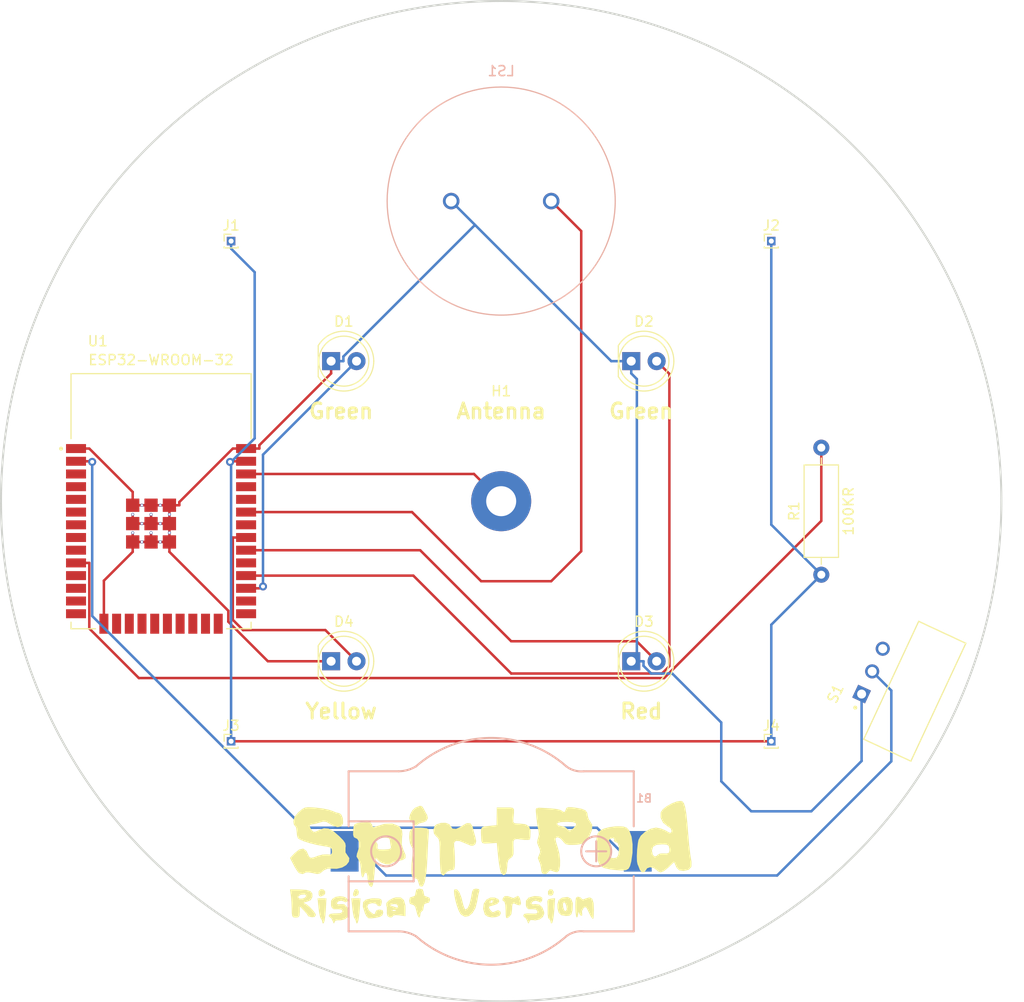
<source format=kicad_pcb>
(kicad_pcb (version 20211014) (generator pcbnew)
  (title_block (title "SpiritPod") (date "2025-06-20") (company "HaneiNeko"))
  (layers (0 "F.Cu" signal) (31 "B.Cu" signal) (34 "B.Paste" user) (35 "F.Paste" user) (36 "B.SilkS" user "B.Silkscreen") (37 "F.SilkS" user "F.Silkscreen") (38 "B.Mask" user) (39 "F.Mask" user) (44 "Edge.Cuts" user))
  (net 0 "")
  (net 1 "GND")
  (net 2 "GPIO16")
  (net 3 "GPIO17")
  (net 4 "GPIO18")
  (net 5 "GPIO19")
  (net 6 "GPIO22")
  (net 7 "GPIO21")
  (net 8 "Net-(B1-Pad-)")
  (net 9 "Net-(J1-Pad1)")
  (net 10 "+3.3V")
  (net 37 "Net-(R1-Pad2)")
  (footprint "LED_THT:LED_D5.0mm" (layer "F.Cu") (at 167 112)
    (fp_text reference "D3" (at 1.27 -3.96) (layer "F.SilkS"))
    (fp_text value "LED")
    (pad "1" thru_hole rect (at 0 0) (size 1.8 1.8) (drill 0.9) (layers *.Cu *.Mask) (net 1 "GND"))
    (pad "2" thru_hole circle (at 2.54 0) (size 1.8 1.8) (drill 0.9) (layers *.Cu *.Mask) (net 4 "GPIO18"))
  )
  (footprint "ESP23-WROOM-32:MODULE_ESP32-WROOM-32" (layer "F.Cu") (at 120 96)
    (fp_text reference "U1" (at -6.325 -16) (layer "F.SilkS"))
    (fp_text value "ESP32-WROOM-32" (at 0 -14.115) (layer "F.SilkS"))
    (pad "1" smd rect locked (at -8.5 -5.26) (size 2 0.9) (layers "F.Cu" "F.Paste" "F.Mask") (net 1 "GND"))
    (pad "2" smd rect locked (at -8.5 -3.99) (size 2 0.9) (layers "F.Cu" "F.Paste" "F.Mask") (net 10 "+3.3V"))
    (pad "3" smd rect locked (at -8.5 -2.72) (size 2 0.9) (layers "F.Cu" "F.Paste" "F.Mask"))
    (pad "4" smd rect locked (at -8.5 -1.45) (size 2 0.9) (layers "F.Cu" "F.Paste" "F.Mask"))
    (pad "5" smd rect locked (at -8.5 -0.18) (size 2 0.9) (layers "F.Cu" "F.Paste" "F.Mask"))
    (pad "6" smd rect locked (at -8.5 1.09) (size 2 0.9) (layers "F.Cu" "F.Paste" "F.Mask"))
    (pad "7" smd rect locked (at -8.5 2.36) (size 2 0.9) (layers "F.Cu" "F.Paste" "F.Mask"))
    (pad "8" smd rect locked (at -8.5 3.63) (size 2 0.9) (layers "F.Cu" "F.Paste" "F.Mask"))
    (pad "9" smd rect locked (at -8.5 4.9) (size 2 0.9) (layers "F.Cu" "F.Paste" "F.Mask"))
    (pad "10" smd rect locked (at -8.5 6.17) (size 2 0.9) (layers "F.Cu" "F.Paste" "F.Mask") (net 37 "Net-(R1-Pad2)"))
    (pad "11" smd rect locked (at -8.5 7.44) (size 2 0.9) (layers "F.Cu" "F.Paste" "F.Mask"))
    (pad "12" smd rect locked (at -8.5 8.71) (size 2 0.9) (layers "F.Cu" "F.Paste" "F.Mask"))
    (pad "13" smd rect locked (at -8.5 9.98) (size 2 0.9) (layers "F.Cu" "F.Paste" "F.Mask"))
    (pad "14" smd rect locked (at -8.5 11.25) (size 2 0.9) (layers "F.Cu" "F.Paste" "F.Mask"))
    (pad "15" smd rect locked (at -5.715 12.25) (size 0.9 2) (layers "F.Cu" "F.Paste" "F.Mask") (net 1 "GND"))
    (pad "16" smd rect locked (at -4.445 12.25) (size 0.9 2) (layers "F.Cu" "F.Paste" "F.Mask"))
    (pad "17" smd rect locked (at -3.175 12.25) (size 0.9 2) (layers "F.Cu" "F.Paste" "F.Mask"))
    (pad "18" smd rect locked (at -1.905 12.25) (size 0.9 2) (layers "F.Cu" "F.Paste" "F.Mask"))
    (pad "19" smd rect locked (at -0.635 12.25) (size 0.9 2) (layers "F.Cu" "F.Paste" "F.Mask"))
    (pad "20" smd rect locked (at 0.635 12.25) (size 0.9 2) (layers "F.Cu" "F.Paste" "F.Mask"))
    (pad "21" smd rect locked (at 1.905 12.25) (size 0.9 2) (layers "F.Cu" "F.Paste" "F.Mask"))
    (pad "22" smd rect locked (at 3.175 12.25) (size 0.9 2) (layers "F.Cu" "F.Paste" "F.Mask"))
    (pad "23" smd rect locked (at 4.445 12.25) (size 0.9 2) (layers "F.Cu" "F.Paste" "F.Mask"))
    (pad "24" smd rect locked (at 5.715 12.25) (size 0.9 2) (layers "F.Cu" "F.Paste" "F.Mask"))
    (pad "25" smd rect locked (at 8.5 11.25) (size 2 0.9) (layers "F.Cu" "F.Paste" "F.Mask"))
    (pad "26" smd rect locked (at 8.5 9.98) (size 2 0.9) (layers "F.Cu" "F.Paste" "F.Mask"))
    (pad "27" smd rect locked (at 8.5 8.71) (size 2 0.9) (layers "F.Cu" "F.Paste" "F.Mask") (net 2 "GPIO16"))
    (pad "28" smd rect locked (at 8.5 7.44) (size 2 0.9) (layers "F.Cu" "F.Paste" "F.Mask") (net 3 "GPIO17"))
    (pad "29" smd rect locked (at 8.5 6.17) (size 2 0.9) (layers "F.Cu" "F.Paste" "F.Mask"))
    (pad "30" smd rect locked (at 8.5 4.9) (size 2 0.9) (layers "F.Cu" "F.Paste" "F.Mask") (net 4 "GPIO18"))
    (pad "31" smd rect locked (at 8.5 3.63) (size 2 0.9) (layers "F.Cu" "F.Paste" "F.Mask") (net 5 "GPIO19"))
    (pad "32" smd rect locked (at 8.5 2.36) (size 2 0.9) (layers "F.Cu" "F.Paste" "F.Mask"))
    (pad "33" smd rect locked (at 8.5 1.09) (size 2 0.9) (layers "F.Cu" "F.Paste" "F.Mask") (net 7 "GPIO21"))
    (pad "34" smd rect locked (at 8.5 -0.18) (size 2 0.9) (layers "F.Cu" "F.Paste" "F.Mask"))
    (pad "35" smd rect locked (at 8.5 -1.45) (size 2 0.9) (layers "F.Cu" "F.Paste" "F.Mask"))
    (pad "36" smd rect locked (at 8.5 -2.72) (size 2 0.9) (layers "F.Cu" "F.Paste" "F.Mask") (net 6 "GPIO22"))
    (pad "37" smd rect locked (at 8.5 -3.99) (size 2 0.9) (layers "F.Cu" "F.Paste" "F.Mask") (net 9 "Net-(J1-Pad1)"))
    (pad "38" smd rect locked (at 8.5 -5.26) (size 2 0.9) (layers "F.Cu" "F.Paste" "F.Mask") (net 1 "GND"))
    (pad "39_1" smd rect locked (at -2.835 0.405) (size 1.33 1.33) (layers "F.Cu" "F.Paste" "F.Mask") (net 1 "GND"))
    (pad "39_2" smd rect locked (at -1 0.405) (size 1.33 1.33) (layers "F.Cu" "F.Paste" "F.Mask") (net 1 "GND"))
    (pad "39_3" smd rect locked (at 0.835 0.405) (size 1.33 1.33) (layers "F.Cu" "F.Paste" "F.Mask") (net 1 "GND"))
    (pad "39_4" smd rect locked (at -2.835 2.24) (size 1.33 1.33) (layers "F.Cu" "F.Paste" "F.Mask") (net 1 "GND"))
    (pad "39_5" smd rect locked (at -1 2.24) (size 1.33 1.33) (layers "F.Cu" "F.Paste" "F.Mask") (net 1 "GND"))
    (pad "39_6" smd rect locked (at 0.835 2.24) (size 1.33 1.33) (layers "F.Cu" "F.Paste" "F.Mask") (net 1 "GND"))
    (pad "39_7" smd rect locked (at -2.835 4.075) (size 1.33 1.33) (layers "F.Cu" "F.Paste" "F.Mask") (net 1 "GND"))
    (pad "39_8" smd rect locked (at -1 4.075) (size 1.33 1.33) (layers "F.Cu" "F.Paste" "F.Mask") (net 1 "GND"))
    (pad "39_9" smd rect locked (at 0.835 4.075) (size 1.33 1.33) (layers "F.Cu" "F.Paste" "F.Mask") (net 1 "GND"))
    (pad "39_10" thru_hole circle locked (at -1.9175 0.405) (size 0.3 0.3) (drill 0.2) (layers *.Cu *.Mask) (net 1 "GND"))
    (pad "39_11" thru_hole circle locked (at -0.0825 0.405) (size 0.3 0.3) (drill 0.2) (layers *.Cu *.Mask) (net 1 "GND"))
    (pad "39_12" thru_hole circle locked (at -2.835 1.3225) (size 0.3 0.3) (drill 0.2) (layers *.Cu *.Mask) (net 1 "GND"))
    (pad "39_13" thru_hole circle locked (at -1 1.3225) (size 0.3 0.3) (drill 0.2) (layers *.Cu *.Mask) (net 1 "GND"))
    (pad "39_14" thru_hole circle locked (at 0.835 1.3225) (size 0.3 0.3) (drill 0.2) (layers *.Cu *.Mask) (net 1 "GND"))
    (pad "39_15" thru_hole circle locked (at -1.9175 2.24) (size 0.3 0.3) (drill 0.2) (layers *.Cu *.Mask) (net 1 "GND"))
    (pad "39_16" thru_hole circle locked (at -0.0825 2.24) (size 0.3 0.3) (drill 0.2) (layers *.Cu *.Mask) (net 1 "GND"))
    (pad "39_17" thru_hole circle locked (at -2.835 3.1575) (size 0.3 0.3) (drill 0.2) (layers *.Cu *.Mask) (net 1 "GND"))
    (pad "39_18" thru_hole circle locked (at -1 3.1575) (size 0.3 0.3) (drill 0.2) (layers *.Cu *.Mask) (net 1 "GND"))
    (pad "39_19" thru_hole circle locked (at 0.835 3.1575) (size 0.3 0.3) (drill 0.2) (layers *.Cu *.Mask) (net 1 "GND"))
    (pad "39_20" thru_hole circle locked (at -1.9175 4.075) (size 0.3 0.3) (drill 0.2) (layers *.Cu *.Mask) (net 1 "GND"))
    (pad "39_21" thru_hole circle locked (at -0.0825 4.075) (size 0.3 0.3) (drill 0.2) (layers *.Cu *.Mask) (net 1 "GND"))
  )
  (footprint "MountingHole:MountingHole_2.2mm_M2" (layer "F.Cu") (at 159 96)
    (fp_text reference "REF**" hide)
    (fp_text value "MountingHole_2.2mm_M2")
    (pad "" np_thru_hole circle (at 0 0) (size 2.2 2.2) (drill 2.2) (layers *.Cu *.Mask))
  )
  (footprint "MountingHole:MountingHole_2.2mm_M2" (layer "F.Cu") (at 154 101)
    (fp_text reference "REF**" hide)
    (fp_text value "MountingHole_2.2mm_M2")
    (pad "" np_thru_hole circle (at 0 0) (size 2.2 2.2) (drill 2.2) (layers *.Cu *.Mask))
  )
  (footprint "Resistor_THT:R_Axial_DIN0309_L9.0mm_D3.2mm_P12.70mm_Horizontal" (layer "F.Cu") (at 186 103.35 90)
    (fp_text reference "R1" (at 6.35 -2.72 90) (layer "F.SilkS"))
    (fp_text value "100KR" (at 6.35 2.72 90) (layer "F.SilkS"))
    (pad "1" thru_hole circle (at 0 0 90) (size 1.6 1.6) (drill 0.8) (layers *.Cu *.Mask) (net 9 "Net-(J1-Pad1)"))
    (pad "2" thru_hole oval (at 12.7 0 90) (size 1.6 1.6) (drill 0.8) (layers *.Cu *.Mask) (net 37 "Net-(R1-Pad2)"))
  )
  (footprint "MountingHole:MountingHole_3mm_Pad" (layer "F.Cu") (at 154 96)
    (fp_text reference "H1" (at 0 -11) (layer "F.SilkS"))
    (fp_text value "MountingHole_Pad")
    (pad "1" thru_hole circle (at 0 0) (size 6 6) (drill 3) (layers *.Cu *.Mask) (net 6 "GPIO22"))
  )
  (footprint "Connector_PinHeader_1.00mm:PinHeader_1x01_P1.00mm_Vertical" (layer "F.Cu") (at 127 120)
    (fp_text reference "J3" (at 0 -1.56) (layer "F.SilkS"))
    (fp_text value "Conn_01x01_Female")
    (pad "1" thru_hole rect (at 0 0) (size 0.85 0.85) (drill 0.5) (layers *.Cu *.Mask) (net 9 "Net-(J1-Pad1)"))
  )
  (footprint "Connector_PinHeader_1.00mm:PinHeader_1x01_P1.00mm_Vertical" (layer "F.Cu") (at 181 120)
    (fp_text reference "J4" (at 0 -1.56) (layer "F.SilkS"))
    (fp_text value "Conn_01x01_Female")
    (pad "1" thru_hole rect (at 0 0) (size 0.85 0.85) (drill 0.5) (layers *.Cu *.Mask) (net 9 "Net-(J1-Pad1)"))
  )
  (footprint "LED_THT:LED_D5.0mm" (layer "F.Cu") (at 167 82)
    (fp_text reference "D2" (at 1.27 -3.96) (layer "F.SilkS"))
    (fp_text value "LED")
    (pad "1" thru_hole rect (at 0 0) (size 1.8 1.8) (drill 0.9) (layers *.Cu *.Mask) (net 1 "GND"))
    (pad "2" thru_hole circle (at 2.54 0) (size 1.8 1.8) (drill 0.9) (layers *.Cu *.Mask) (net 3 "GPIO17"))
  )
  (footprint "Connector_PinHeader_1.00mm:PinHeader_1x01_P1.00mm_Vertical" (layer "F.Cu") (at 127 70)
    (fp_text reference "J1" (at 0 -1.56) (layer "F.SilkS"))
    (fp_text value "Conn_01x01_Female")
    (pad "1" thru_hole rect (at 0 0) (size 0.85 0.85) (drill 0.5) (layers *.Cu *.Mask) (net 9 "Net-(J1-Pad1)"))
  )
  (footprint "MountingHole:MountingHole_2.2mm_M2" (layer "F.Cu") (at 154 91)
    (fp_text reference "REF**" hide)
    (fp_text value "MountingHole_2.2mm_M2")
    (pad "" np_thru_hole circle (at 0 0) (size 2.2 2.2) (drill 2.2) (layers *.Cu *.Mask))
  )
  (footprint "LED_THT:LED_D5.0mm" (layer "F.Cu") (at 137 82)
    (fp_text reference "D1" (at 1.27 -3.96) (layer "F.SilkS"))
    (fp_text value "LED")
    (pad "1" thru_hole rect (at 0 0) (size 1.8 1.8) (drill 0.9) (layers *.Cu *.Mask) (net 1 "GND"))
    (pad "2" thru_hole circle (at 2.54 0) (size 1.8 1.8) (drill 0.9) (layers *.Cu *.Mask) (net 2 "GPIO16"))
  )
  (footprint "MountingHole:MountingHole_2.2mm_M2" (layer "F.Cu") (at 149 96)
    (fp_text reference "REF**" hide)
    (fp_text value "MountingHole_2.2mm_M2")
    (pad "" np_thru_hole circle (at 0 0) (size 2.2 2.2) (drill 2.2) (layers *.Cu *.Mask))
    (pad "" np_thru_hole circle (at 0 0) (size 2.2 2.2) (drill 2.2) (layers *.Cu *.Mask))
  )
  (footprint "Logo:Logo_sp" (layer "F.Cu") (at 153 132)
    (fp_text reference "G***" hide)
    (fp_text value "LOGO" hide)
  )
  (footprint "LED_THT:LED_D5.0mm" (layer "F.Cu") (at 137 112)
    (fp_text reference "D4" (at 1.27 -3.96) (layer "F.SilkS"))
    (fp_text value "LED")
    (pad "1" thru_hole rect (at 0 0) (size 1.8 1.8) (drill 0.9) (layers *.Cu *.Mask) (net 1 "GND"))
    (pad "2" thru_hole circle (at 2.54 0) (size 1.8 1.8) (drill 0.9) (layers *.Cu *.Mask) (net 5 "GPIO19"))
  )
  (footprint "STS121RA04:TE_STS121RA04" (layer "F.Cu") (at 190.028182 115.279464 65)
    (fp_text reference "S1" (at -1.0718 -2.38564 65) (layer "F.SilkS") (effects (font (size 1.001008 1.001008))))
    (fp_text value "STS121RA04")
    (pad "1" thru_hole rect locked (at 0 0 65) (size 1.408 1.408) (drill 0.9) (layers *.Cu *.Mask) (net 1 "GND"))
    (pad "2" thru_hole circle locked (at 2.5 0 65) (size 1.408 1.408) (drill 0.9) (layers *.Cu *.Mask) (net 8 "Net-(B1-Pad-)"))
    (pad "3" thru_hole circle locked (at 5 0 65) (size 1.408 1.408) (drill 0.9) (layers *.Cu *.Mask))
  )
  (footprint "Connector_PinHeader_1.00mm:PinHeader_1x01_P1.00mm_Vertical" (layer "F.Cu") (at 181 70)
    (fp_text reference "J2" (at 0 -1.56) (layer "F.SilkS"))
    (fp_text value "Conn_01x01_Female")
    (pad "1" thru_hole rect (at 0 0) (size 0.85 0.85) (drill 0.5) (layers *.Cu *.Mask) (net 9 "Net-(J1-Pad1)"))
  )
  (footprint "BHSD-2032-SM:BHSD-2032-SM" (layer "B.Cu") (at 153 131 180)
    (fp_text reference "B1" (at -15.280655 5.297855) (layer "B.SilkS") (effects (font (size 0.801189 0.801189)) (justify mirror)))
    (fp_text value "BHSD-2032-SM")
    (pad "+" smd rect locked (at -14.65 0 180) (size 2.79 4.06) (layers "B.Cu" "B.Paste" "B.Mask") (net 10 "+3.3V"))
    (pad "-" smd rect locked (at 14.65 0 180) (size 2.79 4.06) (layers "B.Cu" "B.Paste" "B.Mask") (net 8 "Net-(B1-Pad-)"))
  )
  (footprint "CEP-1106:CUI_CEP-1106" (layer "B.Cu") (at 154 66 180)
    (fp_text reference "LS1" (at 0 13) (layer "B.SilkS") (effects (font (size 1.000488 1.000488)) (justify mirror)))
    (fp_text value "CEP-1106")
    (pad "1" thru_hole circle locked (at -5 0 180) (size 1.65 1.65) (drill 1.1) (layers *.Cu *.Mask) (net 7 "GPIO21"))
    (pad "2" thru_hole circle locked (at 5 0 180) (size 1.65 1.65) (drill 1.1) (layers *.Cu *.Mask) (net 1 "GND"))
  )
  (gr_circle (center 154 96) (end 204 96) (layer "Edge.Cuts") (width 0.2) (fill none))
  (gr_text "Red" (at 168 117) (layer "F.SilkS") (effects (font (size 1.5 1.5) (thickness 0.3))))
  (gr_text "Green" (at 138 87) (layer "F.SilkS") (effects (font (size 1.5 1.5) (thickness 0.3))))
  (gr_text "Green" (at 168 87) (layer "F.SilkS") (effects (font (size 1.5 1.5) (thickness 0.3))))
  (gr_text "Antenna" (at 154 87) (layer "F.SilkS") (effects (font (size 1.5 1.5) (thickness 0.3))))
  (gr_text "Yellow" (at 138 117) (layer "F.SilkS") (effects (font (size 1.5 1.5) (thickness 0.3))))
  (segment (start 119 98.24) (end 118.0825 98.24) (width 0.25) (layer "F.Cu") (net 1))
  (segment (start 120.835 96.405) (end 119.9175 96.405) (width 0.25) (layer "F.Cu") (net 1))
  (segment (start 120.835 99.1575) (end 120.835 100.075) (width 0.25) (layer "F.Cu") (net 1))
  (segment (start 120.835 96.405) (end 121.331 96.405) (width 0.25) (layer "F.Cu") (net 1))
  (segment (start 119.9175 100.075) (end 120.835 100.075) (width 0.25) (layer "F.Cu") (net 1))
  (segment (start 117.165 101.0669) (end 114.285 103.9469) (width 0.25) (layer "F.Cu") (net 1))
  (segment (start 120.835 98.24) (end 120.835 99.1575) (width 0.25) (layer "F.Cu") (net 1))
  (segment (start 126.7212 106.9531) (end 126.7212 108.0471) (width 0.25) (layer "F.Cu") (net 1))
  (segment (start 120.835 100.075) (end 120.835 101.0669) (width 0.25) (layer "F.Cu") (net 1))
  (segment (start 121.331 96.405) (end 121.8269 96.405) (width 0.25) (layer "F.Cu") (net 1))
  (segment (start 117.165 96.405) (end 117.165 95.0781) (width 0.25) (layer "F.Cu") (net 1))
  (segment (start 117.165 97.3225) (end 117.165 98.24) (width 0.25) (layer "F.Cu") (net 1))
  (segment (start 111.5 90.74) (end 112.8269 90.74) (width 0.25) (layer "F.Cu") (net 1))
  (segment (start 119 99.1575) (end 119 100.075) (width 0.25) (layer "F.Cu") (net 1))
  (segment (start 118.0825 96.405) (end 117.165 96.405) (width 0.25) (layer "F.Cu") (net 1))
  (segment (start 129.8269 90.4) (end 129.8269 90.74) (width 0.25) (layer "F.Cu") (net 1))
  (segment (start 119.9175 96.405) (end 119 96.405) (width 0.25) (layer "F.Cu") (net 1))
  (segment (start 120.835 101.0669) (end 126.7212 106.9531) (width 0.25) (layer "F.Cu") (net 1))
  (segment (start 121.8269 96.0862) (end 121.8269 96.405) (width 0.25) (layer "F.Cu") (net 1))
  (segment (start 120.835 98.24) (end 119.9175 98.24) (width 0.25) (layer "F.Cu") (net 1))
  (segment (start 128.5 90.74) (end 129.8269 90.74) (width 0.25) (layer "F.Cu") (net 1))
  (segment (start 117.165 95.0781) (end 112.8269 90.74) (width 0.25) (layer "F.Cu") (net 1))
  (segment (start 119 100.075) (end 118.0825 100.075) (width 0.25) (layer "F.Cu") (net 1))
  (segment (start 114.285 103.9469) (end 114.285 108.25) (width 0.25) (layer "F.Cu") (net 1))
  (segment (start 127.1731 90.74) (end 121.8269 96.0862) (width 0.25) (layer "F.Cu") (net 1))
  (segment (start 137 83.2269) (end 129.8269 90.4) (width 0.25) (layer "F.Cu") (net 1))
  (segment (start 130.6741 112) (end 137 112) (width 0.25) (layer "F.Cu") (net 1))
  (segment (start 119.9175 100.075) (end 119 100.075) (width 0.25) (layer "F.Cu") (net 1))
  (segment (start 119.9175 98.24) (end 119 98.24) (width 0.25) (layer "F.Cu") (net 1))
  (segment (start 119 96.405) (end 118.0825 96.405) (width 0.25) (layer "F.Cu") (net 1))
  (segment (start 118.0825 98.24) (end 117.165 98.24) (width 0.25) (layer "F.Cu") (net 1))
  (segment (start 118.0825 100.075) (end 117.165 100.075) (width 0.25) (layer "F.Cu") (net 1))
  (segment (start 119 97.3225) (end 119 98.24) (width 0.25) (layer "F.Cu") (net 1))
  (segment (start 120.835 97.3225) (end 120.835 98.24) (width 0.25) (layer "F.Cu") (net 1))
  (segment (start 121.331 96.405) (end 120.835 96.901) (width 0.25) (layer "F.Cu") (net 1))
  (segment (start 117.165 100.075) (end 117.165 101.0669) (width 0.25) (layer "F.Cu") (net 1))
  (segment (start 128.5 90.74) (end 127.1731 90.74) (width 0.25) (layer "F.Cu") (net 1))
  (segment (start 126.7212 108.0471) (end 130.6741 112) (width 0.25) (layer "F.Cu") (net 1))
  (segment (start 137 82) (end 137 83.2269) (width 0.25) (layer "F.Cu") (net 1))
  (segment (start 117.165 99.1575) (end 117.165 100.075) (width 0.25) (layer "F.Cu") (net 1))
  (segment (start 120.835 96.901) (end 120.835 97.3225) (width 0.25) (layer "F.Cu") (net 1))
  (segment (start 167 112) (end 167.5629 112) (width 0.25) (layer "B.Cu") (net 1))
  (segment (start 151.3834 68.3834) (end 138.2269 81.5399) (width 0.25) (layer "B.Cu") (net 1))
  (segment (start 179 127) (end 185 127) (width 0.25) (layer "B.Cu") (net 1))
  (segment (start 167.5629 112) (end 167.5629 83.7898) (width 0.25) (layer "B.Cu") (net 1))
  (segment (start 165 82) (end 167 82) (width 0.25) (layer "B.Cu") (net 1))
  (segment (start 176 124) (end 179 127) (width 0.25) (layer "B.Cu") (net 1))
  (segment (start 168.2269 112.4602) (end 168.2269 112) (width 0.25) (layer "B.Cu") (net 1))
  (segment (start 167.5629 83.7898) (end 167 83.2269) (width 0.25) (layer "B.Cu") (net 1))
  (segment (start 168.2269 112) (end 167.5629 112) (width 0.25) (layer "B.Cu") (net 1))
  (segment (start 138.2269 81.5399) (end 138.2269 82) (width 0.25) (layer "B.Cu") (net 1))
  (segment (start 190.028182 121.971818) (end 190.028182 115.279464) (width 0.25) (layer "B.Cu") (net 1))
  (segment (start 171.098362 113.2269) (end 168.9936 113.2269) (width 0.25) (layer "B.Cu") (net 1))
  (segment (start 149 66) (end 151.3834 68.3834) (width 0.25) (layer "B.Cu") (net 1))
  (segment (start 168.9936 113.2269) (end 168.2269 112.4602) (width 0.25) (layer "B.Cu") (net 1))
  (segment (start 176 118.128538) (end 176 124) (width 0.25) (layer "B.Cu") (net 1))
  (segment (start 151.3834 68.3834) (end 165 82) (width 0.25) (layer "B.Cu") (net 1))
  (segment (start 171.098362 113.2269) (end 176 118.128538) (width 0.25) (layer "B.Cu") (net 1))
  (segment (start 185 127) (end 190.028182 121.971818) (width 0.25) (layer "B.Cu") (net 1))
  (segment (start 137 82) (end 138.2269 82) (width 0.25) (layer "B.Cu") (net 1))
  (segment (start 167 82) (end 167 83.2269) (width 0.25) (layer "B.Cu") (net 1))
  (segment (start 130.0119 104.525) (end 129.8269 104.71) (width 0.25) (layer "F.Cu") (net 2))
  (segment (start 128.5 104.71) (end 129.8269 104.71) (width 0.25) (layer "F.Cu") (net 2))
  (segment (start 130.1905 104.525) (end 130.0119 104.525) (width 0.25) (layer "F.Cu") (net 2))
  (via (at 130.1905 104.525) (size 0.8) (drill 0.4) (layers "F.Cu" "B.Cu") (net 2))
  (segment (start 130.1905 91.3495) (end 130.1905 104.525) (width 0.25) (layer "B.Cu") (net 2))
  (segment (start 139.54 82) (end 130.1905 91.3495) (width 0.25) (layer "B.Cu") (net 2))
  (segment (start 169.54 82) (end 170.8123 83.2723) (width 0.25) (layer "F.Cu") (net 3))
  (segment (start 170.8123 112.4907) (end 170.0761 113.2269) (width 0.25) (layer "F.Cu") (net 3))
  (segment (start 145.2163 103.44) (end 128.5 103.44) (width 0.25) (layer "F.Cu") (net 3))
  (segment (start 170.0761 113.2269) (end 155.0032 113.2269) (width 0.25) (layer "F.Cu") (net 3))
  (segment (start 170.8123 83.2723) (end 170.8123 112.4907) (width 0.25) (layer "F.Cu") (net 3))
  (segment (start 155.0032 113.2269) (end 145.2163 103.44) (width 0.25) (layer "F.Cu") (net 3))
  (segment (start 128.5 100.9) (end 145.9 100.9) (width 0.25) (layer "F.Cu") (net 4))
  (segment (start 155 110) (end 167.54 110) (width 0.25) (layer "F.Cu") (net 4))
  (segment (start 145.9 100.9) (end 155 110) (width 0.25) (layer "F.Cu") (net 4))
  (segment (start 167.54 110) (end 169.54 112) (width 0.25) (layer "F.Cu") (net 4))
  (segment (start 128.1976 108.8844) (end 136.4244 108.8844) (width 0.25) (layer "F.Cu") (net 5))
  (segment (start 127.1731 99.63) (end 127.1731 107.8599) (width 0.25) (layer "F.Cu") (net 5))
  (segment (start 127.1731 107.8599) (end 128.1976 108.8844) (width 0.25) (layer "F.Cu") (net 5))
  (segment (start 136.4244 108.8844) (end 139.54 112) (width 0.25) (layer "F.Cu") (net 5))
  (segment (start 128.5 99.63) (end 127.1731 99.63) (width 0.25) (layer "F.Cu") (net 5))
  (segment (start 151.28 93.28) (end 128.5 93.28) (width 0.25) (layer "F.Cu") (net 6))
  (segment (start 154 96) (end 151.28 93.28) (width 0.25) (layer "F.Cu") (net 6))
  (segment (start 162 69) (end 162 101) (width 0.25) (layer "F.Cu") (net 7))
  (segment (start 162 101) (end 159 104) (width 0.25) (layer "F.Cu") (net 7))
  (segment (start 159 104) (end 152 104) (width 0.25) (layer "F.Cu") (net 7))
  (segment (start 152 104) (end 145.09 97.09) (width 0.25) (layer "F.Cu") (net 7))
  (segment (start 145.09 97.09) (end 128.5 97.09) (width 0.25) (layer "F.Cu") (net 7))
  (segment (start 159 66) (end 162 69) (width 0.25) (layer "F.Cu") (net 7))
  (segment (start 193 114.928967) (end 193 122) (width 0.25) (layer "B.Cu") (net 8))
  (segment (start 181.5826 133.4174) (end 193 122) (width 0.25) (layer "B.Cu") (net 8))
  (segment (start 191.084728 113.013695) (end 193 114.928967) (width 0.25) (layer "B.Cu") (net 8))
  (segment (start 140.0719 131) (end 138.35 131) (width 0.25) (layer "B.Cu") (net 8))
  (segment (start 142.4893 133.4174) (end 140.0719 131) (width 0.25) (layer "B.Cu") (net 8))
  (segment (start 181.5826 133.4174) (end 142.4893 133.4174) (width 0.25) (layer "B.Cu") (net 8))
  (segment (start 127.1731 92.01) (end 126.9608 92.01) (width 0.25) (layer "F.Cu") (net 9))
  (segment (start 181 120) (end 127 120) (width 0.25) (layer "F.Cu") (net 9))
  (segment (start 126.9608 92.01) (end 126.896 92.0748) (width 0.25) (layer "F.Cu") (net 9))
  (segment (start 128.5 92.01) (end 127.1731 92.01) (width 0.25) (layer "F.Cu") (net 9))
  (via (at 126.896 92.0748) (size 0.8) (drill 0.4) (layers "F.Cu" "B.Cu") (net 9))
  (segment (start 181 98.35) (end 186 103.35) (width 0.25) (layer "B.Cu") (net 9))
  (segment (start 129.3581 73.11) (end 129.3581 89.7167) (width 0.25) (layer "B.Cu") (net 9))
  (segment (start 127 70.7519) (end 129.3581 73.11) (width 0.25) (layer "B.Cu") (net 9))
  (segment (start 129.3581 89.7167) (end 126.948 92.1268) (width 0.25) (layer "B.Cu") (net 9))
  (segment (start 181 108.35) (end 186 103.35) (width 0.25) (layer "B.Cu") (net 9))
  (segment (start 127 70) (end 127 70.7519) (width 0.25) (layer "B.Cu") (net 9))
  (segment (start 181 70) (end 181 98.35) (width 0.25) (layer "B.Cu") (net 9))
  (segment (start 126.948 92.1268) (end 126.896 92.0748) (width 0.25) (layer "B.Cu") (net 9))
  (segment (start 181 120) (end 181 108.35) (width 0.25) (layer "B.Cu") (net 9))
  (segment (start 127 120) (end 127 92.1788) (width 0.25) (layer "B.Cu") (net 9))
  (segment (start 127 92.1788) (end 126.948 92.1268) (width 0.25) (layer "B.Cu") (net 9))
  (segment (start 112.8269 92.01) (end 112.8887 92.0718) (width 0.25) (layer "F.Cu") (net 10))
  (segment (start 111.5 92.01) (end 112.8269 92.01) (width 0.25) (layer "F.Cu") (net 10))
  (segment (start 112.8887 92.0718) (end 113.1162 92.0718) (width 0.25) (layer "F.Cu") (net 10))
  (via (at 113.1162 92.0718) (size 0.8) (drill 0.4) (layers "F.Cu" "B.Cu") (net 10))
  (segment (start 113.1162 107.4783) (end 113.1162 92.0718) (width 0.25) (layer "B.Cu") (net 10))
  (segment (start 163.5712 128.6431) (end 134.281 128.6431) (width 0.25) (layer "B.Cu") (net 10))
  (segment (start 167.65 131) (end 165.9281 131) (width 0.25) (layer "B.Cu") (net 10))
  (segment (start 165.9281 131) (end 163.5712 128.6431) (width 0.25) (layer "B.Cu") (net 10))
  (segment (start 134.281 128.6431) (end 113.1162 107.4783) (width 0.25) (layer "B.Cu") (net 10))
  (segment (start 112.8269 108.7288) (end 117.7769 113.6788) (width 0.25) (layer "F.Cu") (net 37))
  (segment (start 186 97.9721) (end 186 90.65) (width 0.25) (layer "F.Cu") (net 37))
  (segment (start 117.7769 113.6788) (end 170.2933 113.6788) (width 0.25) (layer "F.Cu") (net 37))
  (segment (start 111.5 102.17) (end 112.8269 102.17) (width 0.25) (layer "F.Cu") (net 37))
  (segment (start 170.2933 113.6788) (end 186 97.9721) (width 0.25) (layer "F.Cu") (net 37))
  (segment (start 112.8269 102.17) (end 112.8269 108.7288) (width 0.25) (layer "F.Cu") (net 37))
)
</source>
